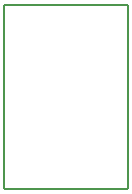
<source format=gko>
G04*
G04 #@! TF.GenerationSoftware,Altium Limited,Altium Designer,21.0.9 (235)*
G04*
G04 Layer_Color=16711935*
%FSLAX25Y25*%
%MOIN*%
G70*
G04*
G04 #@! TF.SameCoordinates,466A7EDC-5486-48BE-817D-C1563C75CA56*
G04*
G04*
G04 #@! TF.FilePolarity,Positive*
G04*
G01*
G75*
%ADD34C,0.00500*%
D34*
X41195Y60630D02*
G03*
X40945Y60880I-250J0D01*
G01*
X41195Y60630D02*
G03*
X40945Y60880I-250J0D01*
G01*
Y-250D02*
G03*
X41195Y0I0J250D01*
G01*
X40945Y-250D02*
G03*
X41195Y0I0J250D01*
G01*
X0Y60880D02*
G03*
X-250Y60630I0J-250D01*
G01*
X0Y60880D02*
G03*
X-250Y60630I0J-250D01*
G01*
Y0D02*
G03*
X0Y-250I250J0D01*
G01*
X-250Y0D02*
G03*
X0Y-250I250J0D01*
G01*
X41195Y0D02*
Y60630D01*
X0Y60880D02*
X40945D01*
X0Y-250D02*
X40945D01*
X-250Y0D02*
Y60630D01*
M02*

</source>
